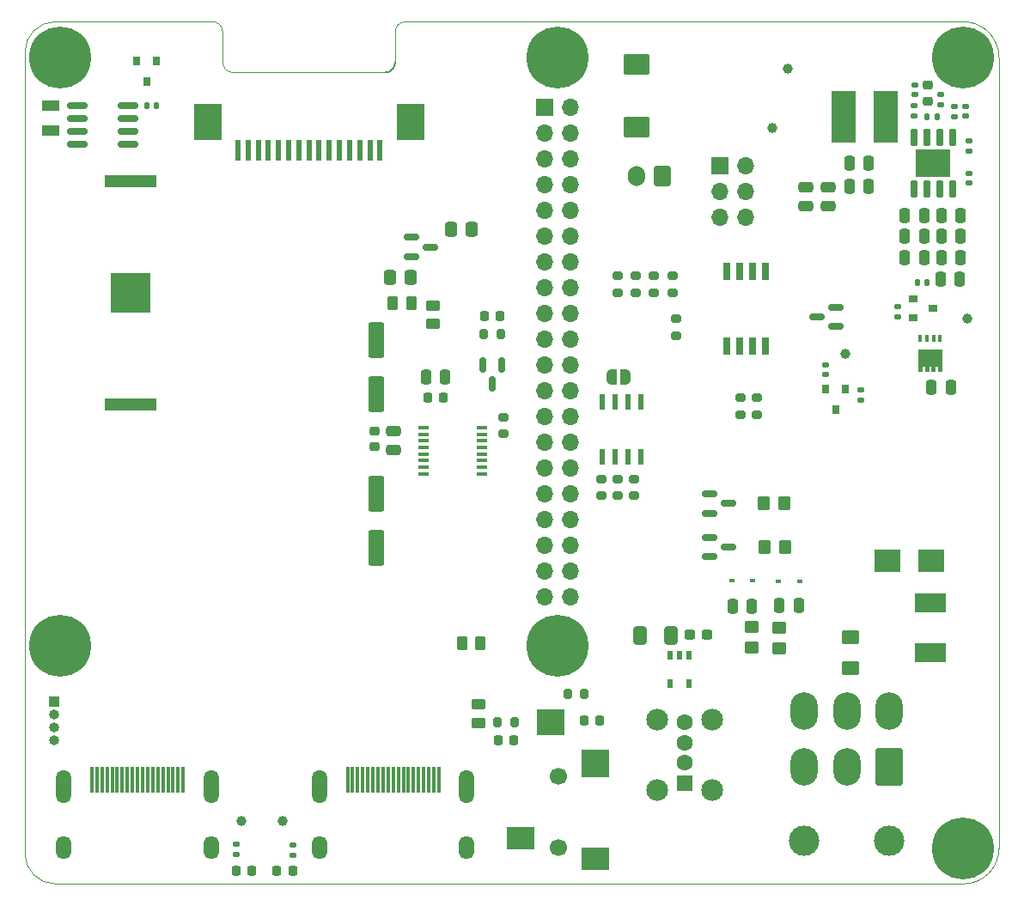
<source format=gts>
G04 #@! TF.GenerationSoftware,KiCad,Pcbnew,(5.99.0-11120-g1d6ad4a52a)*
G04 #@! TF.CreationDate,2021-10-18T08:47:08+02:00*
G04 #@! TF.ProjectId,CarPiPowerHat,43617250-6950-46f7-9765-724861742e6b,0.2*
G04 #@! TF.SameCoordinates,Original*
G04 #@! TF.FileFunction,Soldermask,Top*
G04 #@! TF.FilePolarity,Negative*
%FSLAX46Y46*%
G04 Gerber Fmt 4.6, Leading zero omitted, Abs format (unit mm)*
G04 Created by KiCad (PCBNEW (5.99.0-11120-g1d6ad4a52a)) date 2021-10-18 08:47:08*
%MOMM*%
%LPD*%
G01*
G04 APERTURE LIST*
G04 Aperture macros list*
%AMRoundRect*
0 Rectangle with rounded corners*
0 $1 Rounding radius*
0 $2 $3 $4 $5 $6 $7 $8 $9 X,Y pos of 4 corners*
0 Add a 4 corners polygon primitive as box body*
4,1,4,$2,$3,$4,$5,$6,$7,$8,$9,$2,$3,0*
0 Add four circle primitives for the rounded corners*
1,1,$1+$1,$2,$3*
1,1,$1+$1,$4,$5*
1,1,$1+$1,$6,$7*
1,1,$1+$1,$8,$9*
0 Add four rect primitives between the rounded corners*
20,1,$1+$1,$2,$3,$4,$5,0*
20,1,$1+$1,$4,$5,$6,$7,0*
20,1,$1+$1,$6,$7,$8,$9,0*
20,1,$1+$1,$8,$9,$2,$3,0*%
%AMFreePoly0*
4,1,17,1.395000,0.765000,0.855000,0.765000,0.855000,0.535000,1.395000,0.535000,1.395000,0.115000,0.855000,0.115000,0.855000,-0.115000,1.395000,-0.115000,1.395000,-0.535000,0.855000,-0.535000,0.855000,-0.765000,1.395000,-0.765000,1.395000,-1.185000,-0.855000,-1.185000,-0.855000,1.185000,1.395000,1.185000,1.395000,0.765000,1.395000,0.765000,$1*%
%AMFreePoly1*
4,1,22,0.500000,-0.750000,0.000000,-0.750000,0.000000,-0.745033,-0.079941,-0.743568,-0.215256,-0.701293,-0.333266,-0.622738,-0.424486,-0.514219,-0.481581,-0.384460,-0.499164,-0.250000,-0.500000,-0.250000,-0.500000,0.250000,-0.499164,0.250000,-0.499963,0.256109,-0.478152,0.396186,-0.417904,0.524511,-0.324060,0.630769,-0.204165,0.706417,-0.067858,0.745374,0.000000,0.744959,0.000000,0.750000,
0.500000,0.750000,0.500000,-0.750000,0.500000,-0.750000,$1*%
%AMFreePoly2*
4,1,20,0.000000,0.744959,0.073905,0.744508,0.209726,0.703889,0.328688,0.626782,0.421226,0.519385,0.479903,0.390333,0.500000,0.250000,0.500000,-0.250000,0.499851,-0.262216,0.476331,-0.402017,0.414519,-0.529596,0.319384,-0.634700,0.198574,-0.708877,0.061801,-0.746166,0.000000,-0.745033,0.000000,-0.750000,-0.500000,-0.750000,-0.500000,0.750000,0.000000,0.750000,0.000000,0.744959,
0.000000,0.744959,$1*%
G04 Aperture macros list end*
G04 #@! TA.AperFunction,Profile*
%ADD10C,0.100000*%
G04 #@! TD*
G04 #@! TA.AperFunction,Profile*
%ADD11C,0.150000*%
G04 #@! TD*
%ADD12C,6.100000*%
%ADD13RoundRect,0.135000X0.185000X-0.135000X0.185000X0.135000X-0.185000X0.135000X-0.185000X-0.135000X0*%
%ADD14RoundRect,0.200000X0.275000X-0.200000X0.275000X0.200000X-0.275000X0.200000X-0.275000X-0.200000X0*%
%ADD15R,0.600000X1.550000*%
%ADD16C,1.700000*%
%ADD17R,2.800000X2.600000*%
%ADD18R,2.800000X2.200000*%
%ADD19R,2.800000X2.800000*%
%ADD20R,0.600000X0.450000*%
%ADD21R,0.650000X1.700000*%
%ADD22RoundRect,0.225000X0.250000X-0.225000X0.250000X0.225000X-0.250000X0.225000X-0.250000X-0.225000X0*%
%ADD23RoundRect,0.250000X-0.262500X-0.450000X0.262500X-0.450000X0.262500X0.450000X-0.262500X0.450000X0*%
%ADD24C,1.000000*%
%ADD25R,1.000000X1.000000*%
%ADD26O,1.000000X1.000000*%
%ADD27RoundRect,0.250000X0.550000X-1.500000X0.550000X1.500000X-0.550000X1.500000X-0.550000X-1.500000X0*%
%ADD28RoundRect,0.140000X0.140000X0.170000X-0.140000X0.170000X-0.140000X-0.170000X0.140000X-0.170000X0*%
%ADD29R,0.800000X0.900000*%
%ADD30RoundRect,0.250000X0.337500X0.475000X-0.337500X0.475000X-0.337500X-0.475000X0.337500X-0.475000X0*%
%ADD31RoundRect,0.250001X0.624999X-0.462499X0.624999X0.462499X-0.624999X0.462499X-0.624999X-0.462499X0*%
%ADD32R,1.800000X1.000000*%
%ADD33RoundRect,0.140000X0.170000X-0.140000X0.170000X0.140000X-0.170000X0.140000X-0.170000X-0.140000X0*%
%ADD34R,0.600000X0.900000*%
%ADD35R,1.000000X0.400000*%
%ADD36RoundRect,0.250000X0.250000X0.475000X-0.250000X0.475000X-0.250000X-0.475000X0.250000X-0.475000X0*%
%ADD37R,3.400000X2.710000*%
%ADD38RoundRect,0.150000X0.150000X-0.737500X0.150000X0.737500X-0.150000X0.737500X-0.150000X-0.737500X0*%
%ADD39RoundRect,0.135000X-0.185000X0.135000X-0.185000X-0.135000X0.185000X-0.135000X0.185000X0.135000X0*%
%ADD40RoundRect,0.250000X-0.250000X-0.475000X0.250000X-0.475000X0.250000X0.475000X-0.250000X0.475000X0*%
%ADD41RoundRect,0.250000X0.450000X-0.262500X0.450000X0.262500X-0.450000X0.262500X-0.450000X-0.262500X0*%
%ADD42RoundRect,0.150000X-0.587500X-0.150000X0.587500X-0.150000X0.587500X0.150000X-0.587500X0.150000X0*%
%ADD43RoundRect,0.225000X0.225000X0.250000X-0.225000X0.250000X-0.225000X-0.250000X0.225000X-0.250000X0*%
%ADD44RoundRect,0.225000X-0.225000X-0.250000X0.225000X-0.250000X0.225000X0.250000X-0.225000X0.250000X0*%
%ADD45RoundRect,0.200000X-0.275000X0.200000X-0.275000X-0.200000X0.275000X-0.200000X0.275000X0.200000X0*%
%ADD46RoundRect,0.150000X-0.825000X-0.150000X0.825000X-0.150000X0.825000X0.150000X-0.825000X0.150000X0*%
%ADD47R,5.080000X1.270000*%
%ADD48R,3.960000X3.960000*%
%ADD49RoundRect,0.250000X-0.475000X0.250000X-0.475000X-0.250000X0.475000X-0.250000X0.475000X0.250000X0*%
%ADD50RoundRect,0.140000X-0.170000X0.140000X-0.170000X-0.140000X0.170000X-0.140000X0.170000X0.140000X0*%
%ADD51R,0.900000X0.800000*%
%ADD52RoundRect,0.150000X0.587500X0.150000X-0.587500X0.150000X-0.587500X-0.150000X0.587500X-0.150000X0*%
%ADD53R,0.420000X0.700000*%
%ADD54FreePoly0,270.000000*%
%ADD55RoundRect,0.237500X-0.300000X-0.237500X0.300000X-0.237500X0.300000X0.237500X-0.300000X0.237500X0*%
%ADD56R,1.700000X1.700000*%
%ADD57O,1.700000X1.700000*%
%ADD58RoundRect,0.225000X-0.250000X0.225000X-0.250000X-0.225000X0.250000X-0.225000X0.250000X0.225000X0*%
%ADD59RoundRect,0.250000X-0.337500X-0.475000X0.337500X-0.475000X0.337500X0.475000X-0.337500X0.475000X0*%
%ADD60RoundRect,0.250000X-0.350000X-0.450000X0.350000X-0.450000X0.350000X0.450000X-0.350000X0.450000X0*%
%ADD61R,0.300000X2.600000*%
%ADD62O,1.500000X3.300000*%
%ADD63O,1.500000X2.300000*%
%ADD64RoundRect,0.250000X0.412500X0.650000X-0.412500X0.650000X-0.412500X-0.650000X0.412500X-0.650000X0*%
%ADD65RoundRect,0.250000X-0.450000X0.350000X-0.450000X-0.350000X0.450000X-0.350000X0.450000X0.350000X0*%
%ADD66RoundRect,0.140000X-0.140000X-0.170000X0.140000X-0.170000X0.140000X0.170000X-0.140000X0.170000X0*%
%ADD67RoundRect,0.218750X-0.218750X-0.256250X0.218750X-0.256250X0.218750X0.256250X-0.218750X0.256250X0*%
%ADD68R,3.150000X1.960000*%
%ADD69R,2.350000X5.100000*%
%ADD70RoundRect,0.250000X0.475000X-0.250000X0.475000X0.250000X-0.475000X0.250000X-0.475000X-0.250000X0*%
%ADD71RoundRect,0.250000X1.025000X-0.787500X1.025000X0.787500X-1.025000X0.787500X-1.025000X-0.787500X0*%
%ADD72C,3.000000*%
%ADD73RoundRect,0.250001X1.099999X1.599999X-1.099999X1.599999X-1.099999X-1.599999X1.099999X-1.599999X0*%
%ADD74O,2.700000X3.700000*%
%ADD75RoundRect,0.200000X-0.200000X-0.275000X0.200000X-0.275000X0.200000X0.275000X-0.200000X0.275000X0*%
%ADD76R,2.500000X2.300000*%
%ADD77RoundRect,0.250000X-0.550000X1.500000X-0.550000X-1.500000X0.550000X-1.500000X0.550000X1.500000X0*%
%ADD78RoundRect,0.150000X-0.150000X0.587500X-0.150000X-0.587500X0.150000X-0.587500X0.150000X0.587500X0*%
%ADD79RoundRect,0.200000X0.200000X0.275000X-0.200000X0.275000X-0.200000X-0.275000X0.200000X-0.275000X0*%
%ADD80R,1.600000X1.600000*%
%ADD81C,1.600000*%
%ADD82C,2.150000*%
%ADD83FreePoly1,0.000000*%
%ADD84FreePoly2,0.000000*%
%ADD85R,0.610000X2.000000*%
%ADD86R,2.680000X3.600000*%
%ADD87RoundRect,0.250000X0.600000X0.750000X-0.600000X0.750000X-0.600000X-0.750000X0.600000X-0.750000X0*%
%ADD88O,1.700000X2.000000*%
G04 APERTURE END LIST*
D10*
X81000000Y-116500000D02*
X170500000Y-116500000D01*
X98499997Y-36500003D02*
G75*
G02*
X97500000Y-35500000I3J1000000D01*
G01*
X97500000Y-35500000D02*
X97500000Y-32500000D01*
X96500003Y-31499997D02*
G75*
G02*
X97500000Y-32500000I-3J-1000000D01*
G01*
X113500000Y-36500000D02*
X98500000Y-36500000D01*
X81000000Y-116500000D02*
G75*
G02*
X78005236Y-113500005I5236J2999995D01*
G01*
X78000000Y-34500000D02*
X78005236Y-113500005D01*
X115499997Y-31500003D02*
G75*
G03*
X114500000Y-32500000I0J-999997D01*
G01*
X96500000Y-31500000D02*
X81000000Y-31500000D01*
X173999998Y-34999998D02*
G75*
G03*
X170500000Y-31500000I-3499998J0D01*
G01*
X114500000Y-32500000D02*
X114500000Y-35500000D01*
X170500000Y-31500000D02*
X115500000Y-31500000D01*
X174000000Y-35000000D02*
X174000000Y-113000000D01*
X174000002Y-113000002D02*
G75*
G02*
X170500000Y-116500000I-3500000J2D01*
G01*
D11*
X113500000Y-36500000D02*
G75*
G03*
X114500000Y-35500000I0J1000000D01*
G01*
D10*
X78000000Y-34500000D02*
G75*
G02*
X81000000Y-31500000I3000000J0D01*
G01*
D12*
X130500000Y-35000000D03*
X130500000Y-93000000D03*
X81500000Y-35000000D03*
X81500000Y-93000000D03*
D13*
X168250035Y-39659990D03*
X168250035Y-38639990D03*
X165600035Y-40797000D03*
X165600035Y-39777000D03*
D14*
X136400000Y-78225000D03*
X136400000Y-76575000D03*
D15*
X138705000Y-69000000D03*
X137435000Y-69000000D03*
X136165000Y-69000000D03*
X134895000Y-69000000D03*
X134895000Y-74400000D03*
X136165000Y-74400000D03*
X137435000Y-74400000D03*
X138705000Y-74400000D03*
D14*
X134800000Y-78225000D03*
X134800000Y-76575000D03*
D13*
X98800035Y-113609990D03*
X98800035Y-112589990D03*
D16*
X130550035Y-112900000D03*
X130550035Y-105900000D03*
D17*
X129800035Y-100600000D03*
D18*
X126850035Y-112000000D03*
X134250035Y-114000000D03*
D19*
X134250035Y-104600000D03*
D20*
X147650035Y-86599990D03*
X149750035Y-86599990D03*
D21*
X147195035Y-63449990D03*
X148465035Y-63449990D03*
X149735035Y-63449990D03*
X151005035Y-63449990D03*
X151005035Y-56149990D03*
X149735035Y-56149990D03*
X148465035Y-56149990D03*
X147195035Y-56149990D03*
D22*
X112450000Y-73375000D03*
X112450000Y-71825000D03*
D23*
X121087500Y-92800000D03*
X122912500Y-92800000D03*
D24*
X158850035Y-64199990D03*
D25*
X80850000Y-98550000D03*
D26*
X80850000Y-99820000D03*
X80850000Y-101090000D03*
X80850000Y-102360000D03*
D27*
X112650000Y-68250000D03*
X112650000Y-62850000D03*
D28*
X166905000Y-57227000D03*
X165945000Y-57227000D03*
D29*
X90950035Y-35399990D03*
X89050035Y-35399990D03*
X90000035Y-37399990D03*
D30*
X116037535Y-56699990D03*
X113962535Y-56699990D03*
D31*
X159400035Y-95187490D03*
X159400035Y-92212490D03*
D32*
X80555000Y-42255000D03*
X80555000Y-39755000D03*
D33*
X171084400Y-47408100D03*
X171084400Y-46448100D03*
D34*
X143450035Y-93949990D03*
X142500035Y-93949990D03*
X141550035Y-93949990D03*
X141550035Y-96749990D03*
X143450035Y-96749990D03*
D35*
X123050000Y-76075000D03*
X123050000Y-75425000D03*
X123050000Y-74775000D03*
X123050000Y-74125000D03*
X123050000Y-73475000D03*
X123050000Y-72825000D03*
X123050000Y-72175000D03*
X123050000Y-71525000D03*
X117250000Y-71525000D03*
X117250000Y-72175000D03*
X117250000Y-72825000D03*
X117250000Y-73475000D03*
X117250000Y-74125000D03*
X117250000Y-74775000D03*
X117250000Y-75425000D03*
X117250000Y-76075000D03*
D36*
X166615000Y-54767000D03*
X164715000Y-54767000D03*
D37*
X167509400Y-45428100D03*
D38*
X165604400Y-47990600D03*
X166874400Y-47990600D03*
X168144400Y-47990600D03*
X169414400Y-47990600D03*
X169414400Y-42865600D03*
X168144400Y-42865600D03*
X166874400Y-42865600D03*
X165604400Y-42865600D03*
D39*
X169600000Y-39818100D03*
X169600000Y-40838100D03*
D40*
X152350000Y-89050000D03*
X154250000Y-89050000D03*
D41*
X118200000Y-61287500D03*
X118200000Y-59462500D03*
D42*
X116062535Y-52749990D03*
X116062535Y-54649990D03*
X117937535Y-53699990D03*
D40*
X167350035Y-67499990D03*
X169250035Y-67499990D03*
D43*
X126175035Y-102350000D03*
X124625035Y-102350000D03*
D44*
X133125035Y-100350000D03*
X134675035Y-100350000D03*
D23*
X114237500Y-59250000D03*
X116062500Y-59250000D03*
D33*
X156900035Y-66259990D03*
X156900035Y-65299990D03*
D14*
X138000000Y-78225000D03*
X138000000Y-76575000D03*
D28*
X167880035Y-40828100D03*
X166920035Y-40828100D03*
D45*
X150100035Y-68574990D03*
X150100035Y-70224990D03*
D39*
X164000035Y-59589990D03*
X164000035Y-60609990D03*
D46*
X83180000Y-39800000D03*
X83180000Y-41070000D03*
X83180000Y-42340000D03*
X83180000Y-43610000D03*
X88130000Y-43610000D03*
X88130000Y-42340000D03*
X88130000Y-41070000D03*
X88130000Y-39800000D03*
D24*
X103400035Y-110299990D03*
D44*
X123275000Y-60500000D03*
X124825000Y-60500000D03*
D36*
X166615000Y-52667000D03*
X164715000Y-52667000D03*
D40*
X168315000Y-52667000D03*
X170215000Y-52667000D03*
D47*
X88440000Y-47255000D03*
X88440000Y-69225000D03*
D48*
X88440000Y-58240000D03*
D49*
X157175000Y-47799990D03*
X157175000Y-49699990D03*
D14*
X125150000Y-72125000D03*
X125150000Y-70475000D03*
D50*
X170750000Y-39848100D03*
X170750000Y-40808100D03*
D42*
X145462535Y-82349990D03*
X145462535Y-84249990D03*
X147337535Y-83299990D03*
D51*
X165525000Y-60677000D03*
X167525000Y-59727000D03*
X165525000Y-58777000D03*
D52*
X157937535Y-61549990D03*
X157937535Y-59649990D03*
X156062535Y-60599990D03*
D39*
X104400035Y-112689990D03*
X104400035Y-113709990D03*
D53*
X168200000Y-62727000D03*
X167550000Y-62727000D03*
X166900000Y-62727000D03*
X166250000Y-62727000D03*
D54*
X167225000Y-64682000D03*
D40*
X168315000Y-50567000D03*
X170215000Y-50567000D03*
D45*
X142200035Y-60774990D03*
X142200035Y-62424990D03*
D12*
X170500000Y-35000000D03*
D45*
X141800035Y-56574990D03*
X141800035Y-58224990D03*
D55*
X143537500Y-91950000D03*
X145262500Y-91950000D03*
D56*
X146500035Y-45659990D03*
D57*
X149040035Y-45659990D03*
X146500035Y-48199990D03*
X149040035Y-48199990D03*
X146500035Y-50739990D03*
X149040035Y-50739990D03*
D58*
X166950035Y-37774990D03*
X166950035Y-39324990D03*
D24*
X151700035Y-41999990D03*
D33*
X165684400Y-38708100D03*
X165684400Y-37748100D03*
D45*
X148500035Y-68574990D03*
X148500035Y-70224990D03*
D59*
X119962535Y-51999990D03*
X122037535Y-51999990D03*
D36*
X149650035Y-89099990D03*
X147750035Y-89099990D03*
D24*
X170900035Y-60799990D03*
D60*
X150850035Y-78999990D03*
X152850035Y-78999990D03*
D61*
X93600035Y-106219990D03*
X93100035Y-106219990D03*
X92600035Y-106219990D03*
X92100035Y-106219990D03*
X91600035Y-106219990D03*
X91100035Y-106219990D03*
X90600035Y-106219990D03*
X90100035Y-106219990D03*
X89600035Y-106219990D03*
X89100035Y-106219990D03*
X88600035Y-106219990D03*
X88100035Y-106219990D03*
X87600035Y-106219990D03*
X87100035Y-106219990D03*
X86600035Y-106219990D03*
X86100035Y-106219990D03*
X85600035Y-106219990D03*
X85100035Y-106219990D03*
X84600035Y-106219990D03*
D62*
X96350035Y-106949990D03*
X81850035Y-106949990D03*
D63*
X81850035Y-112909990D03*
X96350035Y-112909990D03*
D64*
X141712500Y-92050000D03*
X138587500Y-92050000D03*
D42*
X145462535Y-78049990D03*
X145462535Y-79949990D03*
X147337535Y-78999990D03*
D60*
X150900035Y-83299990D03*
X152900035Y-83299990D03*
D45*
X140000035Y-56574990D03*
X140000035Y-58224990D03*
D29*
X158850035Y-67699990D03*
X156950035Y-67699990D03*
X157900035Y-69699990D03*
D65*
X149600035Y-91199990D03*
X149600035Y-93199990D03*
D66*
X90020035Y-39799990D03*
X90980035Y-39799990D03*
D67*
X98812535Y-115199990D03*
X100387535Y-115199990D03*
D68*
X167250000Y-93705000D03*
X167250000Y-88795000D03*
D69*
X162875035Y-40899990D03*
X158725035Y-40899990D03*
D61*
X118800035Y-106219990D03*
X118300035Y-106219990D03*
X117800035Y-106219990D03*
X117300035Y-106219990D03*
X116800035Y-106219990D03*
X116300035Y-106219990D03*
X115800035Y-106219990D03*
X115300035Y-106219990D03*
X114800035Y-106219990D03*
X114300035Y-106219990D03*
X113800035Y-106219990D03*
X113300035Y-106219990D03*
X112800035Y-106219990D03*
X112300035Y-106219990D03*
X111800035Y-106219990D03*
X111300035Y-106219990D03*
X110800035Y-106219990D03*
X110300035Y-106219990D03*
X109800035Y-106219990D03*
D62*
X121550035Y-106949990D03*
X107050035Y-106949990D03*
D63*
X107050035Y-112909990D03*
X121550035Y-112909990D03*
D20*
X154350000Y-86650000D03*
X152250000Y-86650000D03*
D14*
X136400035Y-58224990D03*
X136400035Y-56574990D03*
D70*
X114350000Y-73750000D03*
X114350000Y-71850000D03*
D45*
X138200035Y-56574990D03*
X138200035Y-58224990D03*
D71*
X138300035Y-41912490D03*
X138300035Y-35687490D03*
D49*
X154975000Y-47799990D03*
X154975000Y-49699990D03*
D40*
X168250000Y-56900000D03*
X170150000Y-56900000D03*
D72*
X154800000Y-112274990D03*
X163200000Y-112274990D03*
D73*
X163200000Y-104974990D03*
D74*
X159000000Y-104974990D03*
X154800000Y-104974990D03*
X163200000Y-99474990D03*
X159000000Y-99474990D03*
X154800000Y-99474990D03*
D75*
X131475035Y-97799990D03*
X133125035Y-97799990D03*
D76*
X167300000Y-84600000D03*
X163000000Y-84600000D03*
D44*
X117700000Y-68550000D03*
X119250000Y-68550000D03*
D12*
X170500000Y-113000000D03*
D41*
X122700035Y-100612490D03*
X122700035Y-98787490D03*
D65*
X152300000Y-91250000D03*
X152300000Y-93250000D03*
D24*
X99300035Y-110299990D03*
D36*
X166615000Y-50567000D03*
X164715000Y-50567000D03*
D40*
X117525000Y-66550000D03*
X119425000Y-66550000D03*
D39*
X171084400Y-43218100D03*
X171084400Y-44238100D03*
D77*
X112650035Y-77999990D03*
X112650035Y-83399990D03*
D40*
X159275000Y-47727000D03*
X161175000Y-47727000D03*
D78*
X125000000Y-65312500D03*
X123100000Y-65312500D03*
X124050000Y-67187500D03*
D40*
X168315000Y-54767000D03*
X170215000Y-54767000D03*
D79*
X123225000Y-62250000D03*
X124875000Y-62250000D03*
D80*
X143000035Y-106559990D03*
D81*
X143000035Y-104559990D03*
X143000035Y-102559990D03*
X143000035Y-100559990D03*
D82*
X145720035Y-107289990D03*
X140280035Y-107289990D03*
X145720035Y-100289990D03*
X140280035Y-100289990D03*
D50*
X160400070Y-67819980D03*
X160400070Y-68779980D03*
D75*
X124575035Y-100600000D03*
X126225035Y-100600000D03*
D67*
X102812535Y-115199990D03*
X104387535Y-115199990D03*
D40*
X159275000Y-45427000D03*
X161175000Y-45427000D03*
D83*
X135850000Y-66500000D03*
D84*
X137150000Y-66500000D03*
D85*
X113000000Y-44200000D03*
X112000000Y-44200000D03*
X111000000Y-44200000D03*
X110000000Y-44200000D03*
X109000000Y-44200000D03*
X108000000Y-44200000D03*
X107000000Y-44200000D03*
X106000000Y-44200000D03*
X105000000Y-44200000D03*
X104000000Y-44200000D03*
X103000000Y-44200000D03*
X102000000Y-44200000D03*
X101000000Y-44200000D03*
X100000000Y-44200000D03*
X99000000Y-44200000D03*
D86*
X115990000Y-41400000D03*
X96010000Y-41400000D03*
D24*
X153200000Y-36100000D03*
D56*
X129210000Y-39900000D03*
D57*
X131750000Y-39900000D03*
X129210000Y-42440000D03*
X131750000Y-42440000D03*
X129210000Y-44980000D03*
X131750000Y-44980000D03*
X129210000Y-47520000D03*
X131750000Y-47520000D03*
X129210000Y-50060000D03*
X131750000Y-50060000D03*
X129210000Y-52600000D03*
X131750000Y-52600000D03*
X129210000Y-55140000D03*
X131750000Y-55140000D03*
X129210000Y-57680000D03*
X131750000Y-57680000D03*
X129210000Y-60220000D03*
X131750000Y-60220000D03*
X129210000Y-62760000D03*
X131750000Y-62760000D03*
X129210000Y-65300000D03*
X131750000Y-65300000D03*
X129210000Y-67840000D03*
X131750000Y-67840000D03*
X129210000Y-70380000D03*
X131750000Y-70380000D03*
X129210000Y-72920000D03*
X131750000Y-72920000D03*
X129210000Y-75460000D03*
X131750000Y-75460000D03*
X129210000Y-78000000D03*
X131750000Y-78000000D03*
X129210000Y-80540000D03*
X131750000Y-80540000D03*
X129210000Y-83080000D03*
X131750000Y-83080000D03*
X129210000Y-85620000D03*
X131750000Y-85620000D03*
X129210000Y-88160000D03*
X131750000Y-88160000D03*
D87*
X140800035Y-46699990D03*
D88*
X138300035Y-46699990D03*
M02*

</source>
